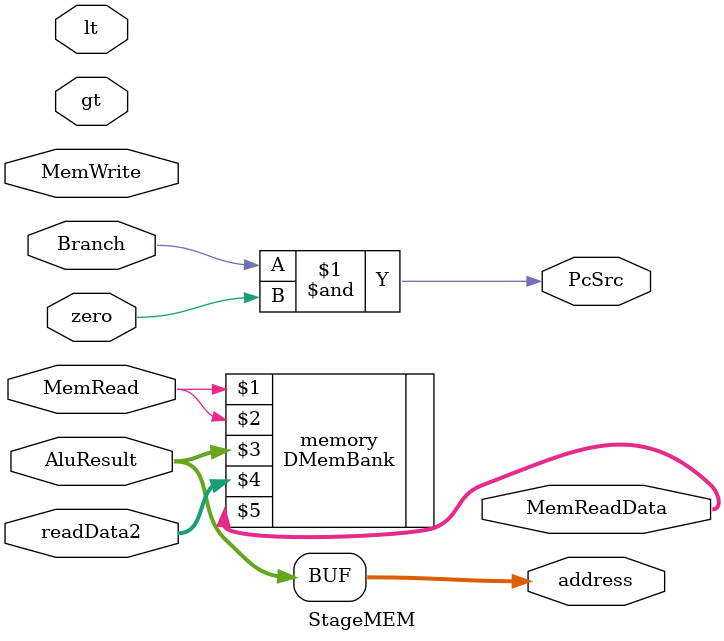
<source format=v>
module StageMEM(

  input zero,lt,gt,Branch ,MemWrite,MemRead, input[31:0] AluResult , readData2,
  output[31:0] MemReadData , address , output PcSrc);

  assign address = AluResult;
  assign PcSrc = Branch & zero;

  DMemBank memory( MemRead,  MemRead, AluResult , readData2 , MemReadData);

endmodule

</source>
